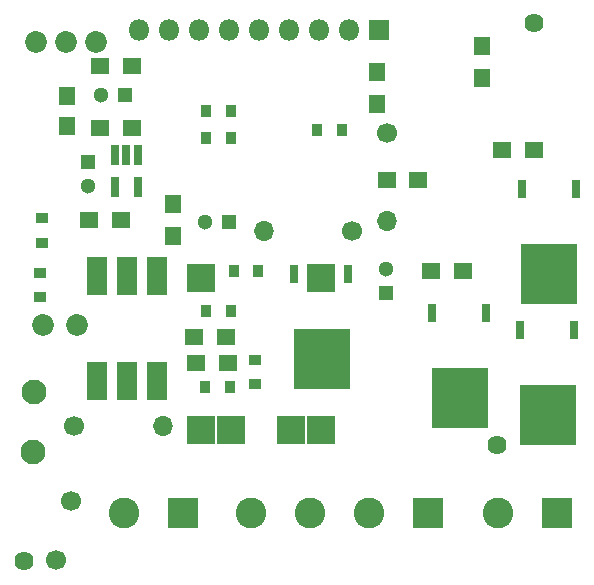
<source format=gbs>
G04 #@! TF.GenerationSoftware,KiCad,Pcbnew,5.1.6-c6e7f7d~87~ubuntu18.04.1*
G04 #@! TF.CreationDate,2020-10-13T20:33:34+05:30*
G04 #@! TF.ProjectId,BackEnd_4S_v1,4261636b-456e-4645-9f34-535f76312e6b,rev?*
G04 #@! TF.SameCoordinates,Original*
G04 #@! TF.FileFunction,Soldermask,Bot*
G04 #@! TF.FilePolarity,Negative*
%FSLAX46Y46*%
G04 Gerber Fmt 4.6, Leading zero omitted, Abs format (unit mm)*
G04 Created by KiCad (PCBNEW 5.1.6-c6e7f7d~87~ubuntu18.04.1) date 2020-10-13 20:33:34*
%MOMM*%
%LPD*%
G01*
G04 APERTURE LIST*
%ADD10R,1.300000X1.300000*%
%ADD11C,1.300000*%
%ADD12C,1.850000*%
%ADD13R,1.350000X1.600000*%
%ADD14C,1.624000*%
%ADD15R,1.600000X1.400000*%
%ADD16C,2.100000*%
%ADD17R,1.700000X3.200000*%
%ADD18R,0.750000X1.660000*%
%ADD19R,1.800000X1.800000*%
%ADD20O,1.800000X1.800000*%
%ADD21C,1.700000*%
%ADD22O,1.700000X1.700000*%
%ADD23R,1.000000X0.900000*%
%ADD24R,0.900000X1.000000*%
%ADD25C,2.600000*%
%ADD26R,2.600000X2.600000*%
%ADD27R,0.700000X1.600000*%
%ADD28R,4.700000X5.200000*%
%ADD29R,1.400000X1.600000*%
%ADD30R,2.386000X2.386000*%
G04 APERTURE END LIST*
D10*
X174160000Y-55339000D03*
D11*
X174160000Y-57339000D03*
D12*
X170308000Y-69140700D03*
X173168000Y-69140700D03*
X172278000Y-45140700D03*
X169738000Y-45140700D03*
X174818000Y-45140700D03*
D13*
X172375000Y-49752900D03*
X172375000Y-52252900D03*
D14*
X208788000Y-79306400D03*
X168694000Y-89159100D03*
X211894000Y-43596600D03*
D15*
X203184000Y-64594700D03*
X205884000Y-64594700D03*
D10*
X177264000Y-49662100D03*
D11*
X175264000Y-49662100D03*
D10*
X199400000Y-66400700D03*
D11*
X199400000Y-64400700D03*
D10*
X186063000Y-60383400D03*
D11*
X184063000Y-60383400D03*
D16*
X169515000Y-79883000D03*
X169525000Y-74803000D03*
D17*
X179936000Y-73840400D03*
X174856000Y-64950400D03*
X177396000Y-73840400D03*
X177396000Y-64950400D03*
X174856000Y-73840400D03*
X179936000Y-64950400D03*
D18*
X176433000Y-54761100D03*
X177383000Y-54761100D03*
X178333000Y-54761100D03*
X178333000Y-57461100D03*
X176433000Y-57461100D03*
D19*
X198780000Y-44145200D03*
D20*
X196240000Y-44145200D03*
X193700000Y-44145200D03*
X191160000Y-44145200D03*
X188620000Y-44145200D03*
X186080000Y-44145200D03*
X183540000Y-44145200D03*
X181000000Y-44145200D03*
X178460000Y-44145200D03*
D21*
X199410000Y-52857400D03*
D22*
X199410000Y-60357400D03*
X180479000Y-77683400D03*
D21*
X172979000Y-77683400D03*
D22*
X188997000Y-61206400D03*
D21*
X196497000Y-61206400D03*
D23*
X170086000Y-64697900D03*
X170086000Y-66797900D03*
D24*
X188555000Y-64582000D03*
X186455000Y-64582000D03*
X186125000Y-74429600D03*
X184025000Y-74429600D03*
X184126000Y-51000700D03*
X186226000Y-51000700D03*
X186241000Y-53268900D03*
X184141000Y-53268900D03*
X186202000Y-67950100D03*
X184102000Y-67950100D03*
X195609000Y-52666900D03*
X193509000Y-52666900D03*
D23*
X170216000Y-62185300D03*
X170216000Y-60085300D03*
X188288000Y-72061400D03*
X188288000Y-74161400D03*
D25*
X177179000Y-85095100D03*
D26*
X182179000Y-85095100D03*
X213886000Y-85013800D03*
D25*
X208886000Y-85013800D03*
X197964000Y-85095100D03*
D26*
X202964000Y-85095100D03*
D25*
X192964000Y-85095100D03*
X187964000Y-85095100D03*
D27*
X196174000Y-64854100D03*
X191604000Y-64854100D03*
D28*
X193954000Y-72014100D03*
X213191000Y-64793400D03*
D27*
X210841000Y-57633400D03*
X215411000Y-57633400D03*
D28*
X213063000Y-76743600D03*
D27*
X210713000Y-69583600D03*
X215283000Y-69583600D03*
X207820000Y-68140800D03*
X203250000Y-68140800D03*
D28*
X205600000Y-75300800D03*
D15*
X185829000Y-70149700D03*
X183129000Y-70149700D03*
X175190000Y-47198300D03*
X177890000Y-47198300D03*
X177888000Y-52468800D03*
X175188000Y-52468800D03*
D29*
X198646000Y-47753300D03*
X198646000Y-50453300D03*
D15*
X183270000Y-72321400D03*
X185970000Y-72321400D03*
X199409000Y-56896000D03*
X202109000Y-56896000D03*
X209184000Y-54335700D03*
X211884000Y-54335700D03*
D29*
X207485000Y-48202800D03*
X207485000Y-45502800D03*
D15*
X174238000Y-60279300D03*
X176938000Y-60279300D03*
D29*
X181326000Y-61628000D03*
X181326000Y-58928000D03*
D30*
X193858000Y-65131700D03*
X183678000Y-65131700D03*
X193838000Y-78051700D03*
X191298000Y-78051700D03*
X186218000Y-78051700D03*
X183678000Y-78051700D03*
D21*
X171412000Y-89051100D03*
X172712000Y-84051100D03*
M02*

</source>
